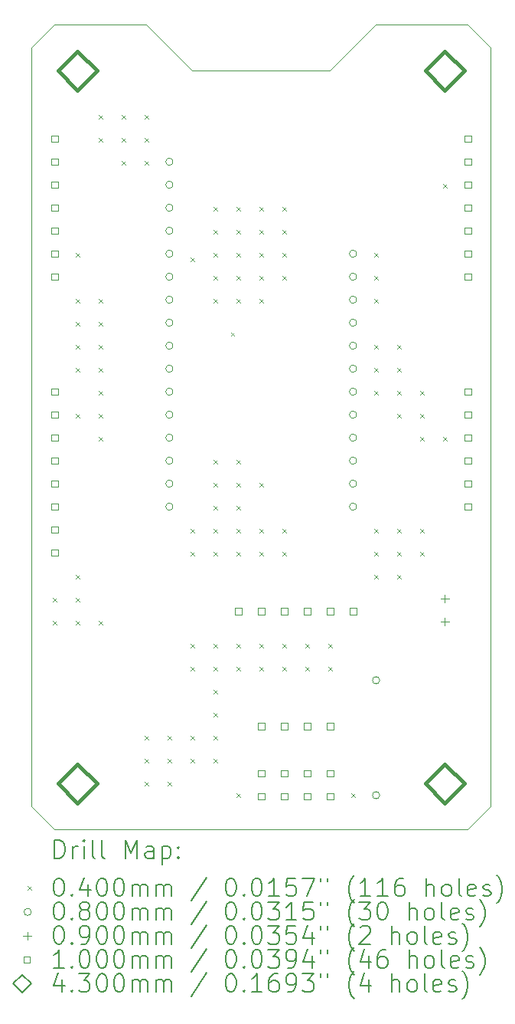
<source format=gbr>
%TF.GenerationSoftware,KiCad,Pcbnew,(6.0.7)*%
%TF.CreationDate,2022-11-06T18:43:46-05:00*%
%TF.ProjectId,MDR_Breakout_Board,4d44525f-4272-4656-916b-6f75745f426f,rev?*%
%TF.SameCoordinates,Original*%
%TF.FileFunction,Drillmap*%
%TF.FilePolarity,Positive*%
%FSLAX45Y45*%
G04 Gerber Fmt 4.5, Leading zero omitted, Abs format (unit mm)*
G04 Created by KiCad (PCBNEW (6.0.7)) date 2022-11-06 18:43:46*
%MOMM*%
%LPD*%
G01*
G04 APERTURE LIST*
%ADD10C,0.100000*%
%ADD11C,0.200000*%
%ADD12C,0.040000*%
%ADD13C,0.080000*%
%ADD14C,0.090000*%
%ADD15C,0.430000*%
G04 APERTURE END LIST*
D10*
X14224000Y-14732000D02*
X13970000Y-14732000D01*
X13716000Y-14224000D02*
X13716000Y-6350000D01*
X18542000Y-14732000D02*
X18796000Y-14478000D01*
X14224000Y-14732000D02*
X18288000Y-14732000D01*
X13716000Y-6350000D02*
X13716000Y-6096000D01*
X18796000Y-6350000D02*
X18796000Y-6096000D01*
X13970000Y-14732000D02*
X13716000Y-14478000D01*
X14224000Y-5842000D02*
X14986000Y-5842000D01*
X17018000Y-6350000D02*
X17526000Y-5842000D01*
X18796000Y-6350000D02*
X18796000Y-14224000D01*
X15494000Y-6350000D02*
X14986000Y-5842000D01*
X17526000Y-5842000D02*
X18288000Y-5842000D01*
X18542000Y-5842000D02*
X18288000Y-5842000D01*
X18288000Y-14732000D02*
X18542000Y-14732000D01*
X18796000Y-6096000D02*
X18542000Y-5842000D01*
X18796000Y-14478000D02*
X18796000Y-14224000D01*
X13716000Y-6096000D02*
X13970000Y-5842000D01*
X13970000Y-5842000D02*
X14224000Y-5842000D01*
X13716000Y-14478000D02*
X13716000Y-14224000D01*
X15494000Y-6350000D02*
X17018000Y-6350000D01*
D11*
D12*
X13950000Y-12172000D02*
X13990000Y-12212000D01*
X13990000Y-12172000D02*
X13950000Y-12212000D01*
X13950000Y-12426000D02*
X13990000Y-12466000D01*
X13990000Y-12426000D02*
X13950000Y-12466000D01*
X14204000Y-8362000D02*
X14244000Y-8402000D01*
X14244000Y-8362000D02*
X14204000Y-8402000D01*
X14204000Y-8870000D02*
X14244000Y-8910000D01*
X14244000Y-8870000D02*
X14204000Y-8910000D01*
X14204000Y-9124000D02*
X14244000Y-9164000D01*
X14244000Y-9124000D02*
X14204000Y-9164000D01*
X14204000Y-9378000D02*
X14244000Y-9418000D01*
X14244000Y-9378000D02*
X14204000Y-9418000D01*
X14204000Y-9632000D02*
X14244000Y-9672000D01*
X14244000Y-9632000D02*
X14204000Y-9672000D01*
X14204000Y-10140000D02*
X14244000Y-10180000D01*
X14244000Y-10140000D02*
X14204000Y-10180000D01*
X14204000Y-11918000D02*
X14244000Y-11958000D01*
X14244000Y-11918000D02*
X14204000Y-11958000D01*
X14204000Y-12172000D02*
X14244000Y-12212000D01*
X14244000Y-12172000D02*
X14204000Y-12212000D01*
X14204000Y-12426000D02*
X14244000Y-12466000D01*
X14244000Y-12426000D02*
X14204000Y-12466000D01*
X14458000Y-6838000D02*
X14498000Y-6878000D01*
X14498000Y-6838000D02*
X14458000Y-6878000D01*
X14458000Y-7092000D02*
X14498000Y-7132000D01*
X14498000Y-7092000D02*
X14458000Y-7132000D01*
X14458000Y-8870000D02*
X14498000Y-8910000D01*
X14498000Y-8870000D02*
X14458000Y-8910000D01*
X14458000Y-9124000D02*
X14498000Y-9164000D01*
X14498000Y-9124000D02*
X14458000Y-9164000D01*
X14458000Y-9378000D02*
X14498000Y-9418000D01*
X14498000Y-9378000D02*
X14458000Y-9418000D01*
X14458000Y-9632000D02*
X14498000Y-9672000D01*
X14498000Y-9632000D02*
X14458000Y-9672000D01*
X14458000Y-9886000D02*
X14498000Y-9926000D01*
X14498000Y-9886000D02*
X14458000Y-9926000D01*
X14458000Y-10140000D02*
X14498000Y-10180000D01*
X14498000Y-10140000D02*
X14458000Y-10180000D01*
X14458000Y-10394000D02*
X14498000Y-10434000D01*
X14498000Y-10394000D02*
X14458000Y-10434000D01*
X14458000Y-12426000D02*
X14498000Y-12466000D01*
X14498000Y-12426000D02*
X14458000Y-12466000D01*
X14712000Y-6838000D02*
X14752000Y-6878000D01*
X14752000Y-6838000D02*
X14712000Y-6878000D01*
X14712000Y-7092000D02*
X14752000Y-7132000D01*
X14752000Y-7092000D02*
X14712000Y-7132000D01*
X14712000Y-7346000D02*
X14752000Y-7386000D01*
X14752000Y-7346000D02*
X14712000Y-7386000D01*
X14966000Y-6838000D02*
X15006000Y-6878000D01*
X15006000Y-6838000D02*
X14966000Y-6878000D01*
X14966000Y-7092000D02*
X15006000Y-7132000D01*
X15006000Y-7092000D02*
X14966000Y-7132000D01*
X14966000Y-7346000D02*
X15006000Y-7386000D01*
X15006000Y-7346000D02*
X14966000Y-7386000D01*
X14966000Y-13696000D02*
X15006000Y-13736000D01*
X15006000Y-13696000D02*
X14966000Y-13736000D01*
X14966000Y-13950000D02*
X15006000Y-13990000D01*
X15006000Y-13950000D02*
X14966000Y-13990000D01*
X14966000Y-14204000D02*
X15006000Y-14244000D01*
X15006000Y-14204000D02*
X14966000Y-14244000D01*
X15220000Y-13696000D02*
X15260000Y-13736000D01*
X15260000Y-13696000D02*
X15220000Y-13736000D01*
X15220000Y-13950000D02*
X15260000Y-13990000D01*
X15260000Y-13950000D02*
X15220000Y-13990000D01*
X15220000Y-14204000D02*
X15260000Y-14244000D01*
X15260000Y-14204000D02*
X15220000Y-14244000D01*
X15474000Y-8413500D02*
X15514000Y-8453500D01*
X15514000Y-8413500D02*
X15474000Y-8453500D01*
X15474000Y-11410000D02*
X15514000Y-11450000D01*
X15514000Y-11410000D02*
X15474000Y-11450000D01*
X15474000Y-11664000D02*
X15514000Y-11704000D01*
X15514000Y-11664000D02*
X15474000Y-11704000D01*
X15474000Y-12680000D02*
X15514000Y-12720000D01*
X15514000Y-12680000D02*
X15474000Y-12720000D01*
X15474000Y-12934000D02*
X15514000Y-12974000D01*
X15514000Y-12934000D02*
X15474000Y-12974000D01*
X15474000Y-13696000D02*
X15514000Y-13736000D01*
X15514000Y-13696000D02*
X15474000Y-13736000D01*
X15474000Y-13950000D02*
X15514000Y-13990000D01*
X15514000Y-13950000D02*
X15474000Y-13990000D01*
X15728000Y-7854000D02*
X15768000Y-7894000D01*
X15768000Y-7854000D02*
X15728000Y-7894000D01*
X15728000Y-8108000D02*
X15768000Y-8148000D01*
X15768000Y-8108000D02*
X15728000Y-8148000D01*
X15728000Y-8362000D02*
X15768000Y-8402000D01*
X15768000Y-8362000D02*
X15728000Y-8402000D01*
X15728000Y-8616000D02*
X15768000Y-8656000D01*
X15768000Y-8616000D02*
X15728000Y-8656000D01*
X15728000Y-8870000D02*
X15768000Y-8910000D01*
X15768000Y-8870000D02*
X15728000Y-8910000D01*
X15728000Y-10648000D02*
X15768000Y-10688000D01*
X15768000Y-10648000D02*
X15728000Y-10688000D01*
X15728000Y-10902000D02*
X15768000Y-10942000D01*
X15768000Y-10902000D02*
X15728000Y-10942000D01*
X15728000Y-11156000D02*
X15768000Y-11196000D01*
X15768000Y-11156000D02*
X15728000Y-11196000D01*
X15728000Y-11410000D02*
X15768000Y-11450000D01*
X15768000Y-11410000D02*
X15728000Y-11450000D01*
X15728000Y-11664000D02*
X15768000Y-11704000D01*
X15768000Y-11664000D02*
X15728000Y-11704000D01*
X15728000Y-12680000D02*
X15768000Y-12720000D01*
X15768000Y-12680000D02*
X15728000Y-12720000D01*
X15728000Y-12934000D02*
X15768000Y-12974000D01*
X15768000Y-12934000D02*
X15728000Y-12974000D01*
X15728000Y-13188000D02*
X15768000Y-13228000D01*
X15768000Y-13188000D02*
X15728000Y-13228000D01*
X15728000Y-13442000D02*
X15768000Y-13482000D01*
X15768000Y-13442000D02*
X15728000Y-13482000D01*
X15728000Y-13696000D02*
X15768000Y-13736000D01*
X15768000Y-13696000D02*
X15728000Y-13736000D01*
X15728000Y-13950000D02*
X15768000Y-13990000D01*
X15768000Y-13950000D02*
X15728000Y-13990000D01*
X15918500Y-9239000D02*
X15958500Y-9279000D01*
X15958500Y-9239000D02*
X15918500Y-9279000D01*
X15982000Y-7854000D02*
X16022000Y-7894000D01*
X16022000Y-7854000D02*
X15982000Y-7894000D01*
X15982000Y-8108000D02*
X16022000Y-8148000D01*
X16022000Y-8108000D02*
X15982000Y-8148000D01*
X15982000Y-8362000D02*
X16022000Y-8402000D01*
X16022000Y-8362000D02*
X15982000Y-8402000D01*
X15982000Y-8616000D02*
X16022000Y-8656000D01*
X16022000Y-8616000D02*
X15982000Y-8656000D01*
X15982000Y-8870000D02*
X16022000Y-8910000D01*
X16022000Y-8870000D02*
X15982000Y-8910000D01*
X15982000Y-10648000D02*
X16022000Y-10688000D01*
X16022000Y-10648000D02*
X15982000Y-10688000D01*
X15982000Y-10902000D02*
X16022000Y-10942000D01*
X16022000Y-10902000D02*
X15982000Y-10942000D01*
X15982000Y-11156000D02*
X16022000Y-11196000D01*
X16022000Y-11156000D02*
X15982000Y-11196000D01*
X15982000Y-11410000D02*
X16022000Y-11450000D01*
X16022000Y-11410000D02*
X15982000Y-11450000D01*
X15982000Y-11664000D02*
X16022000Y-11704000D01*
X16022000Y-11664000D02*
X15982000Y-11704000D01*
X15982000Y-12680000D02*
X16022000Y-12720000D01*
X16022000Y-12680000D02*
X15982000Y-12720000D01*
X15982000Y-12934000D02*
X16022000Y-12974000D01*
X16022000Y-12934000D02*
X15982000Y-12974000D01*
X15982000Y-14331000D02*
X16022000Y-14371000D01*
X16022000Y-14331000D02*
X15982000Y-14371000D01*
X16236000Y-7854000D02*
X16276000Y-7894000D01*
X16276000Y-7854000D02*
X16236000Y-7894000D01*
X16236000Y-8108000D02*
X16276000Y-8148000D01*
X16276000Y-8108000D02*
X16236000Y-8148000D01*
X16236000Y-8362000D02*
X16276000Y-8402000D01*
X16276000Y-8362000D02*
X16236000Y-8402000D01*
X16236000Y-8616000D02*
X16276000Y-8656000D01*
X16276000Y-8616000D02*
X16236000Y-8656000D01*
X16236000Y-8870000D02*
X16276000Y-8910000D01*
X16276000Y-8870000D02*
X16236000Y-8910000D01*
X16236000Y-10902000D02*
X16276000Y-10942000D01*
X16276000Y-10902000D02*
X16236000Y-10942000D01*
X16236000Y-11410000D02*
X16276000Y-11450000D01*
X16276000Y-11410000D02*
X16236000Y-11450000D01*
X16236000Y-11664000D02*
X16276000Y-11704000D01*
X16276000Y-11664000D02*
X16236000Y-11704000D01*
X16236000Y-12680000D02*
X16276000Y-12720000D01*
X16276000Y-12680000D02*
X16236000Y-12720000D01*
X16236000Y-12934000D02*
X16276000Y-12974000D01*
X16276000Y-12934000D02*
X16236000Y-12974000D01*
X16490000Y-7854000D02*
X16530000Y-7894000D01*
X16530000Y-7854000D02*
X16490000Y-7894000D01*
X16490000Y-8108000D02*
X16530000Y-8148000D01*
X16530000Y-8108000D02*
X16490000Y-8148000D01*
X16490000Y-8362000D02*
X16530000Y-8402000D01*
X16530000Y-8362000D02*
X16490000Y-8402000D01*
X16490000Y-8616000D02*
X16530000Y-8656000D01*
X16530000Y-8616000D02*
X16490000Y-8656000D01*
X16490000Y-11410000D02*
X16530000Y-11450000D01*
X16530000Y-11410000D02*
X16490000Y-11450000D01*
X16490000Y-11664000D02*
X16530000Y-11704000D01*
X16530000Y-11664000D02*
X16490000Y-11704000D01*
X16490000Y-12680000D02*
X16530000Y-12720000D01*
X16530000Y-12680000D02*
X16490000Y-12720000D01*
X16490000Y-12934000D02*
X16530000Y-12974000D01*
X16530000Y-12934000D02*
X16490000Y-12974000D01*
X16744000Y-12680000D02*
X16784000Y-12720000D01*
X16784000Y-12680000D02*
X16744000Y-12720000D01*
X16744000Y-12934000D02*
X16784000Y-12974000D01*
X16784000Y-12934000D02*
X16744000Y-12974000D01*
X16998000Y-12680000D02*
X17038000Y-12720000D01*
X17038000Y-12680000D02*
X16998000Y-12720000D01*
X16998000Y-12934000D02*
X17038000Y-12974000D01*
X17038000Y-12934000D02*
X16998000Y-12974000D01*
X17252000Y-14331000D02*
X17292000Y-14371000D01*
X17292000Y-14331000D02*
X17252000Y-14371000D01*
X17506000Y-8362000D02*
X17546000Y-8402000D01*
X17546000Y-8362000D02*
X17506000Y-8402000D01*
X17506000Y-8616000D02*
X17546000Y-8656000D01*
X17546000Y-8616000D02*
X17506000Y-8656000D01*
X17506000Y-8870000D02*
X17546000Y-8910000D01*
X17546000Y-8870000D02*
X17506000Y-8910000D01*
X17506000Y-9378000D02*
X17546000Y-9418000D01*
X17546000Y-9378000D02*
X17506000Y-9418000D01*
X17506000Y-9632000D02*
X17546000Y-9672000D01*
X17546000Y-9632000D02*
X17506000Y-9672000D01*
X17506000Y-9886000D02*
X17546000Y-9926000D01*
X17546000Y-9886000D02*
X17506000Y-9926000D01*
X17506000Y-11410000D02*
X17546000Y-11450000D01*
X17546000Y-11410000D02*
X17506000Y-11450000D01*
X17506000Y-11664000D02*
X17546000Y-11704000D01*
X17546000Y-11664000D02*
X17506000Y-11704000D01*
X17506000Y-11918000D02*
X17546000Y-11958000D01*
X17546000Y-11918000D02*
X17506000Y-11958000D01*
X17760000Y-9378000D02*
X17800000Y-9418000D01*
X17800000Y-9378000D02*
X17760000Y-9418000D01*
X17760000Y-9632000D02*
X17800000Y-9672000D01*
X17800000Y-9632000D02*
X17760000Y-9672000D01*
X17760000Y-9886000D02*
X17800000Y-9926000D01*
X17800000Y-9886000D02*
X17760000Y-9926000D01*
X17760000Y-10140000D02*
X17800000Y-10180000D01*
X17800000Y-10140000D02*
X17760000Y-10180000D01*
X17760000Y-11410000D02*
X17800000Y-11450000D01*
X17800000Y-11410000D02*
X17760000Y-11450000D01*
X17760000Y-11664000D02*
X17800000Y-11704000D01*
X17800000Y-11664000D02*
X17760000Y-11704000D01*
X17760000Y-11918000D02*
X17800000Y-11958000D01*
X17800000Y-11918000D02*
X17760000Y-11958000D01*
X18014000Y-9886000D02*
X18054000Y-9926000D01*
X18054000Y-9886000D02*
X18014000Y-9926000D01*
X18014000Y-10140000D02*
X18054000Y-10180000D01*
X18054000Y-10140000D02*
X18014000Y-10180000D01*
X18014000Y-10394000D02*
X18054000Y-10434000D01*
X18054000Y-10394000D02*
X18014000Y-10434000D01*
X18014000Y-11410000D02*
X18054000Y-11450000D01*
X18054000Y-11410000D02*
X18014000Y-11450000D01*
X18014000Y-11664000D02*
X18054000Y-11704000D01*
X18054000Y-11664000D02*
X18014000Y-11704000D01*
X18268000Y-7600000D02*
X18308000Y-7640000D01*
X18308000Y-7600000D02*
X18268000Y-7640000D01*
X18268000Y-10394000D02*
X18308000Y-10434000D01*
X18308000Y-10394000D02*
X18268000Y-10434000D01*
D13*
X15280000Y-7354000D02*
G75*
G03*
X15280000Y-7354000I-40000J0D01*
G01*
X15280000Y-7608000D02*
G75*
G03*
X15280000Y-7608000I-40000J0D01*
G01*
X15280000Y-7862000D02*
G75*
G03*
X15280000Y-7862000I-40000J0D01*
G01*
X15280000Y-8116000D02*
G75*
G03*
X15280000Y-8116000I-40000J0D01*
G01*
X15280000Y-8370000D02*
G75*
G03*
X15280000Y-8370000I-40000J0D01*
G01*
X15280000Y-8624000D02*
G75*
G03*
X15280000Y-8624000I-40000J0D01*
G01*
X15280000Y-8878000D02*
G75*
G03*
X15280000Y-8878000I-40000J0D01*
G01*
X15280000Y-9132000D02*
G75*
G03*
X15280000Y-9132000I-40000J0D01*
G01*
X15280000Y-9386000D02*
G75*
G03*
X15280000Y-9386000I-40000J0D01*
G01*
X15280000Y-9640000D02*
G75*
G03*
X15280000Y-9640000I-40000J0D01*
G01*
X15280000Y-9894000D02*
G75*
G03*
X15280000Y-9894000I-40000J0D01*
G01*
X15280000Y-10148000D02*
G75*
G03*
X15280000Y-10148000I-40000J0D01*
G01*
X15280000Y-10402000D02*
G75*
G03*
X15280000Y-10402000I-40000J0D01*
G01*
X15280000Y-10656000D02*
G75*
G03*
X15280000Y-10656000I-40000J0D01*
G01*
X15280000Y-10910000D02*
G75*
G03*
X15280000Y-10910000I-40000J0D01*
G01*
X15280000Y-11164000D02*
G75*
G03*
X15280000Y-11164000I-40000J0D01*
G01*
X17312000Y-8370000D02*
G75*
G03*
X17312000Y-8370000I-40000J0D01*
G01*
X17312000Y-8624000D02*
G75*
G03*
X17312000Y-8624000I-40000J0D01*
G01*
X17312000Y-8878000D02*
G75*
G03*
X17312000Y-8878000I-40000J0D01*
G01*
X17312000Y-9132000D02*
G75*
G03*
X17312000Y-9132000I-40000J0D01*
G01*
X17312000Y-9386000D02*
G75*
G03*
X17312000Y-9386000I-40000J0D01*
G01*
X17312000Y-9640000D02*
G75*
G03*
X17312000Y-9640000I-40000J0D01*
G01*
X17312000Y-9894000D02*
G75*
G03*
X17312000Y-9894000I-40000J0D01*
G01*
X17312000Y-10148000D02*
G75*
G03*
X17312000Y-10148000I-40000J0D01*
G01*
X17312000Y-10402000D02*
G75*
G03*
X17312000Y-10402000I-40000J0D01*
G01*
X17312000Y-10656000D02*
G75*
G03*
X17312000Y-10656000I-40000J0D01*
G01*
X17312000Y-10910000D02*
G75*
G03*
X17312000Y-10910000I-40000J0D01*
G01*
X17312000Y-11164000D02*
G75*
G03*
X17312000Y-11164000I-40000J0D01*
G01*
X17566000Y-13081000D02*
G75*
G03*
X17566000Y-13081000I-40000J0D01*
G01*
X17566000Y-14351000D02*
G75*
G03*
X17566000Y-14351000I-40000J0D01*
G01*
D14*
X18288000Y-12135000D02*
X18288000Y-12225000D01*
X18243000Y-12180000D02*
X18333000Y-12180000D01*
X18288000Y-12389000D02*
X18288000Y-12479000D01*
X18243000Y-12434000D02*
X18333000Y-12434000D01*
D10*
X14005356Y-7135356D02*
X14005356Y-7064644D01*
X13934644Y-7064644D01*
X13934644Y-7135356D01*
X14005356Y-7135356D01*
X14005356Y-7389356D02*
X14005356Y-7318644D01*
X13934644Y-7318644D01*
X13934644Y-7389356D01*
X14005356Y-7389356D01*
X14005356Y-7643356D02*
X14005356Y-7572644D01*
X13934644Y-7572644D01*
X13934644Y-7643356D01*
X14005356Y-7643356D01*
X14005356Y-7897356D02*
X14005356Y-7826644D01*
X13934644Y-7826644D01*
X13934644Y-7897356D01*
X14005356Y-7897356D01*
X14005356Y-8151356D02*
X14005356Y-8080644D01*
X13934644Y-8080644D01*
X13934644Y-8151356D01*
X14005356Y-8151356D01*
X14005356Y-8405356D02*
X14005356Y-8334644D01*
X13934644Y-8334644D01*
X13934644Y-8405356D01*
X14005356Y-8405356D01*
X14005356Y-8659356D02*
X14005356Y-8588644D01*
X13934644Y-8588644D01*
X13934644Y-8659356D01*
X14005356Y-8659356D01*
X14005356Y-9929356D02*
X14005356Y-9858644D01*
X13934644Y-9858644D01*
X13934644Y-9929356D01*
X14005356Y-9929356D01*
X14005356Y-10183356D02*
X14005356Y-10112644D01*
X13934644Y-10112644D01*
X13934644Y-10183356D01*
X14005356Y-10183356D01*
X14005356Y-10437356D02*
X14005356Y-10366644D01*
X13934644Y-10366644D01*
X13934644Y-10437356D01*
X14005356Y-10437356D01*
X14005356Y-10691356D02*
X14005356Y-10620644D01*
X13934644Y-10620644D01*
X13934644Y-10691356D01*
X14005356Y-10691356D01*
X14005356Y-10945356D02*
X14005356Y-10874644D01*
X13934644Y-10874644D01*
X13934644Y-10945356D01*
X14005356Y-10945356D01*
X14005356Y-11199356D02*
X14005356Y-11128644D01*
X13934644Y-11128644D01*
X13934644Y-11199356D01*
X14005356Y-11199356D01*
X14005356Y-11453356D02*
X14005356Y-11382644D01*
X13934644Y-11382644D01*
X13934644Y-11453356D01*
X14005356Y-11453356D01*
X14005356Y-11707356D02*
X14005356Y-11636644D01*
X13934644Y-11636644D01*
X13934644Y-11707356D01*
X14005356Y-11707356D01*
X16037356Y-12354356D02*
X16037356Y-12283644D01*
X15966644Y-12283644D01*
X15966644Y-12354356D01*
X16037356Y-12354356D01*
X16291356Y-12354356D02*
X16291356Y-12283644D01*
X16220644Y-12283644D01*
X16220644Y-12354356D01*
X16291356Y-12354356D01*
X16291356Y-13624356D02*
X16291356Y-13553644D01*
X16220644Y-13553644D01*
X16220644Y-13624356D01*
X16291356Y-13624356D01*
X16291356Y-14144356D02*
X16291356Y-14073644D01*
X16220644Y-14073644D01*
X16220644Y-14144356D01*
X16291356Y-14144356D01*
X16291356Y-14398356D02*
X16291356Y-14327644D01*
X16220644Y-14327644D01*
X16220644Y-14398356D01*
X16291356Y-14398356D01*
X16545356Y-12354356D02*
X16545356Y-12283644D01*
X16474644Y-12283644D01*
X16474644Y-12354356D01*
X16545356Y-12354356D01*
X16545356Y-13624356D02*
X16545356Y-13553644D01*
X16474644Y-13553644D01*
X16474644Y-13624356D01*
X16545356Y-13624356D01*
X16545356Y-14144356D02*
X16545356Y-14073644D01*
X16474644Y-14073644D01*
X16474644Y-14144356D01*
X16545356Y-14144356D01*
X16545356Y-14398356D02*
X16545356Y-14327644D01*
X16474644Y-14327644D01*
X16474644Y-14398356D01*
X16545356Y-14398356D01*
X16799356Y-12354356D02*
X16799356Y-12283644D01*
X16728644Y-12283644D01*
X16728644Y-12354356D01*
X16799356Y-12354356D01*
X16799356Y-13624356D02*
X16799356Y-13553644D01*
X16728644Y-13553644D01*
X16728644Y-13624356D01*
X16799356Y-13624356D01*
X16799356Y-14144356D02*
X16799356Y-14073644D01*
X16728644Y-14073644D01*
X16728644Y-14144356D01*
X16799356Y-14144356D01*
X16799356Y-14398356D02*
X16799356Y-14327644D01*
X16728644Y-14327644D01*
X16728644Y-14398356D01*
X16799356Y-14398356D01*
X17053356Y-12354356D02*
X17053356Y-12283644D01*
X16982644Y-12283644D01*
X16982644Y-12354356D01*
X17053356Y-12354356D01*
X17053356Y-13624356D02*
X17053356Y-13553644D01*
X16982644Y-13553644D01*
X16982644Y-13624356D01*
X17053356Y-13624356D01*
X17053356Y-14144356D02*
X17053356Y-14073644D01*
X16982644Y-14073644D01*
X16982644Y-14144356D01*
X17053356Y-14144356D01*
X17053356Y-14398356D02*
X17053356Y-14327644D01*
X16982644Y-14327644D01*
X16982644Y-14398356D01*
X17053356Y-14398356D01*
X17307356Y-12354356D02*
X17307356Y-12283644D01*
X17236644Y-12283644D01*
X17236644Y-12354356D01*
X17307356Y-12354356D01*
X18577356Y-7135356D02*
X18577356Y-7064644D01*
X18506644Y-7064644D01*
X18506644Y-7135356D01*
X18577356Y-7135356D01*
X18577356Y-7389356D02*
X18577356Y-7318644D01*
X18506644Y-7318644D01*
X18506644Y-7389356D01*
X18577356Y-7389356D01*
X18577356Y-7643356D02*
X18577356Y-7572644D01*
X18506644Y-7572644D01*
X18506644Y-7643356D01*
X18577356Y-7643356D01*
X18577356Y-7897356D02*
X18577356Y-7826644D01*
X18506644Y-7826644D01*
X18506644Y-7897356D01*
X18577356Y-7897356D01*
X18577356Y-8151356D02*
X18577356Y-8080644D01*
X18506644Y-8080644D01*
X18506644Y-8151356D01*
X18577356Y-8151356D01*
X18577356Y-8405356D02*
X18577356Y-8334644D01*
X18506644Y-8334644D01*
X18506644Y-8405356D01*
X18577356Y-8405356D01*
X18577356Y-8659356D02*
X18577356Y-8588644D01*
X18506644Y-8588644D01*
X18506644Y-8659356D01*
X18577356Y-8659356D01*
X18577356Y-9929356D02*
X18577356Y-9858644D01*
X18506644Y-9858644D01*
X18506644Y-9929356D01*
X18577356Y-9929356D01*
X18577356Y-10183356D02*
X18577356Y-10112644D01*
X18506644Y-10112644D01*
X18506644Y-10183356D01*
X18577356Y-10183356D01*
X18577356Y-10437356D02*
X18577356Y-10366644D01*
X18506644Y-10366644D01*
X18506644Y-10437356D01*
X18577356Y-10437356D01*
X18577356Y-10691356D02*
X18577356Y-10620644D01*
X18506644Y-10620644D01*
X18506644Y-10691356D01*
X18577356Y-10691356D01*
X18577356Y-10945356D02*
X18577356Y-10874644D01*
X18506644Y-10874644D01*
X18506644Y-10945356D01*
X18577356Y-10945356D01*
X18577356Y-11199356D02*
X18577356Y-11128644D01*
X18506644Y-11128644D01*
X18506644Y-11199356D01*
X18577356Y-11199356D01*
D15*
X14224000Y-6565000D02*
X14439000Y-6350000D01*
X14224000Y-6135000D01*
X14009000Y-6350000D01*
X14224000Y-6565000D01*
X14224000Y-14439000D02*
X14439000Y-14224000D01*
X14224000Y-14009000D01*
X14009000Y-14224000D01*
X14224000Y-14439000D01*
X18288000Y-6565000D02*
X18503000Y-6350000D01*
X18288000Y-6135000D01*
X18073000Y-6350000D01*
X18288000Y-6565000D01*
X18288000Y-14439000D02*
X18503000Y-14224000D01*
X18288000Y-14009000D01*
X18073000Y-14224000D01*
X18288000Y-14439000D01*
D11*
X13968619Y-15047476D02*
X13968619Y-14847476D01*
X14016238Y-14847476D01*
X14044809Y-14857000D01*
X14063857Y-14876048D01*
X14073381Y-14895095D01*
X14082905Y-14933190D01*
X14082905Y-14961762D01*
X14073381Y-14999857D01*
X14063857Y-15018905D01*
X14044809Y-15037952D01*
X14016238Y-15047476D01*
X13968619Y-15047476D01*
X14168619Y-15047476D02*
X14168619Y-14914143D01*
X14168619Y-14952238D02*
X14178143Y-14933190D01*
X14187667Y-14923667D01*
X14206714Y-14914143D01*
X14225762Y-14914143D01*
X14292428Y-15047476D02*
X14292428Y-14914143D01*
X14292428Y-14847476D02*
X14282905Y-14857000D01*
X14292428Y-14866524D01*
X14301952Y-14857000D01*
X14292428Y-14847476D01*
X14292428Y-14866524D01*
X14416238Y-15047476D02*
X14397190Y-15037952D01*
X14387667Y-15018905D01*
X14387667Y-14847476D01*
X14521000Y-15047476D02*
X14501952Y-15037952D01*
X14492428Y-15018905D01*
X14492428Y-14847476D01*
X14749571Y-15047476D02*
X14749571Y-14847476D01*
X14816238Y-14990333D01*
X14882905Y-14847476D01*
X14882905Y-15047476D01*
X15063857Y-15047476D02*
X15063857Y-14942714D01*
X15054333Y-14923667D01*
X15035286Y-14914143D01*
X14997190Y-14914143D01*
X14978143Y-14923667D01*
X15063857Y-15037952D02*
X15044809Y-15047476D01*
X14997190Y-15047476D01*
X14978143Y-15037952D01*
X14968619Y-15018905D01*
X14968619Y-14999857D01*
X14978143Y-14980809D01*
X14997190Y-14971286D01*
X15044809Y-14971286D01*
X15063857Y-14961762D01*
X15159095Y-14914143D02*
X15159095Y-15114143D01*
X15159095Y-14923667D02*
X15178143Y-14914143D01*
X15216238Y-14914143D01*
X15235286Y-14923667D01*
X15244809Y-14933190D01*
X15254333Y-14952238D01*
X15254333Y-15009381D01*
X15244809Y-15028428D01*
X15235286Y-15037952D01*
X15216238Y-15047476D01*
X15178143Y-15047476D01*
X15159095Y-15037952D01*
X15340048Y-15028428D02*
X15349571Y-15037952D01*
X15340048Y-15047476D01*
X15330524Y-15037952D01*
X15340048Y-15028428D01*
X15340048Y-15047476D01*
X15340048Y-14923667D02*
X15349571Y-14933190D01*
X15340048Y-14942714D01*
X15330524Y-14933190D01*
X15340048Y-14923667D01*
X15340048Y-14942714D01*
D12*
X13671000Y-15357000D02*
X13711000Y-15397000D01*
X13711000Y-15357000D02*
X13671000Y-15397000D01*
D11*
X14006714Y-15267476D02*
X14025762Y-15267476D01*
X14044809Y-15277000D01*
X14054333Y-15286524D01*
X14063857Y-15305571D01*
X14073381Y-15343667D01*
X14073381Y-15391286D01*
X14063857Y-15429381D01*
X14054333Y-15448428D01*
X14044809Y-15457952D01*
X14025762Y-15467476D01*
X14006714Y-15467476D01*
X13987667Y-15457952D01*
X13978143Y-15448428D01*
X13968619Y-15429381D01*
X13959095Y-15391286D01*
X13959095Y-15343667D01*
X13968619Y-15305571D01*
X13978143Y-15286524D01*
X13987667Y-15277000D01*
X14006714Y-15267476D01*
X14159095Y-15448428D02*
X14168619Y-15457952D01*
X14159095Y-15467476D01*
X14149571Y-15457952D01*
X14159095Y-15448428D01*
X14159095Y-15467476D01*
X14340048Y-15334143D02*
X14340048Y-15467476D01*
X14292428Y-15257952D02*
X14244809Y-15400809D01*
X14368619Y-15400809D01*
X14482905Y-15267476D02*
X14501952Y-15267476D01*
X14521000Y-15277000D01*
X14530524Y-15286524D01*
X14540048Y-15305571D01*
X14549571Y-15343667D01*
X14549571Y-15391286D01*
X14540048Y-15429381D01*
X14530524Y-15448428D01*
X14521000Y-15457952D01*
X14501952Y-15467476D01*
X14482905Y-15467476D01*
X14463857Y-15457952D01*
X14454333Y-15448428D01*
X14444809Y-15429381D01*
X14435286Y-15391286D01*
X14435286Y-15343667D01*
X14444809Y-15305571D01*
X14454333Y-15286524D01*
X14463857Y-15277000D01*
X14482905Y-15267476D01*
X14673381Y-15267476D02*
X14692428Y-15267476D01*
X14711476Y-15277000D01*
X14721000Y-15286524D01*
X14730524Y-15305571D01*
X14740048Y-15343667D01*
X14740048Y-15391286D01*
X14730524Y-15429381D01*
X14721000Y-15448428D01*
X14711476Y-15457952D01*
X14692428Y-15467476D01*
X14673381Y-15467476D01*
X14654333Y-15457952D01*
X14644809Y-15448428D01*
X14635286Y-15429381D01*
X14625762Y-15391286D01*
X14625762Y-15343667D01*
X14635286Y-15305571D01*
X14644809Y-15286524D01*
X14654333Y-15277000D01*
X14673381Y-15267476D01*
X14825762Y-15467476D02*
X14825762Y-15334143D01*
X14825762Y-15353190D02*
X14835286Y-15343667D01*
X14854333Y-15334143D01*
X14882905Y-15334143D01*
X14901952Y-15343667D01*
X14911476Y-15362714D01*
X14911476Y-15467476D01*
X14911476Y-15362714D02*
X14921000Y-15343667D01*
X14940048Y-15334143D01*
X14968619Y-15334143D01*
X14987667Y-15343667D01*
X14997190Y-15362714D01*
X14997190Y-15467476D01*
X15092428Y-15467476D02*
X15092428Y-15334143D01*
X15092428Y-15353190D02*
X15101952Y-15343667D01*
X15121000Y-15334143D01*
X15149571Y-15334143D01*
X15168619Y-15343667D01*
X15178143Y-15362714D01*
X15178143Y-15467476D01*
X15178143Y-15362714D02*
X15187667Y-15343667D01*
X15206714Y-15334143D01*
X15235286Y-15334143D01*
X15254333Y-15343667D01*
X15263857Y-15362714D01*
X15263857Y-15467476D01*
X15654333Y-15257952D02*
X15482905Y-15515095D01*
X15911476Y-15267476D02*
X15930524Y-15267476D01*
X15949571Y-15277000D01*
X15959095Y-15286524D01*
X15968619Y-15305571D01*
X15978143Y-15343667D01*
X15978143Y-15391286D01*
X15968619Y-15429381D01*
X15959095Y-15448428D01*
X15949571Y-15457952D01*
X15930524Y-15467476D01*
X15911476Y-15467476D01*
X15892428Y-15457952D01*
X15882905Y-15448428D01*
X15873381Y-15429381D01*
X15863857Y-15391286D01*
X15863857Y-15343667D01*
X15873381Y-15305571D01*
X15882905Y-15286524D01*
X15892428Y-15277000D01*
X15911476Y-15267476D01*
X16063857Y-15448428D02*
X16073381Y-15457952D01*
X16063857Y-15467476D01*
X16054333Y-15457952D01*
X16063857Y-15448428D01*
X16063857Y-15467476D01*
X16197190Y-15267476D02*
X16216238Y-15267476D01*
X16235286Y-15277000D01*
X16244809Y-15286524D01*
X16254333Y-15305571D01*
X16263857Y-15343667D01*
X16263857Y-15391286D01*
X16254333Y-15429381D01*
X16244809Y-15448428D01*
X16235286Y-15457952D01*
X16216238Y-15467476D01*
X16197190Y-15467476D01*
X16178143Y-15457952D01*
X16168619Y-15448428D01*
X16159095Y-15429381D01*
X16149571Y-15391286D01*
X16149571Y-15343667D01*
X16159095Y-15305571D01*
X16168619Y-15286524D01*
X16178143Y-15277000D01*
X16197190Y-15267476D01*
X16454333Y-15467476D02*
X16340048Y-15467476D01*
X16397190Y-15467476D02*
X16397190Y-15267476D01*
X16378143Y-15296048D01*
X16359095Y-15315095D01*
X16340048Y-15324619D01*
X16635286Y-15267476D02*
X16540048Y-15267476D01*
X16530524Y-15362714D01*
X16540048Y-15353190D01*
X16559095Y-15343667D01*
X16606714Y-15343667D01*
X16625762Y-15353190D01*
X16635286Y-15362714D01*
X16644809Y-15381762D01*
X16644809Y-15429381D01*
X16635286Y-15448428D01*
X16625762Y-15457952D01*
X16606714Y-15467476D01*
X16559095Y-15467476D01*
X16540048Y-15457952D01*
X16530524Y-15448428D01*
X16711476Y-15267476D02*
X16844810Y-15267476D01*
X16759095Y-15467476D01*
X16911476Y-15267476D02*
X16911476Y-15305571D01*
X16987667Y-15267476D02*
X16987667Y-15305571D01*
X17282905Y-15543667D02*
X17273381Y-15534143D01*
X17254333Y-15505571D01*
X17244810Y-15486524D01*
X17235286Y-15457952D01*
X17225762Y-15410333D01*
X17225762Y-15372238D01*
X17235286Y-15324619D01*
X17244810Y-15296048D01*
X17254333Y-15277000D01*
X17273381Y-15248428D01*
X17282905Y-15238905D01*
X17463857Y-15467476D02*
X17349571Y-15467476D01*
X17406714Y-15467476D02*
X17406714Y-15267476D01*
X17387667Y-15296048D01*
X17368619Y-15315095D01*
X17349571Y-15324619D01*
X17654333Y-15467476D02*
X17540048Y-15467476D01*
X17597190Y-15467476D02*
X17597190Y-15267476D01*
X17578143Y-15296048D01*
X17559095Y-15315095D01*
X17540048Y-15324619D01*
X17825762Y-15267476D02*
X17787667Y-15267476D01*
X17768619Y-15277000D01*
X17759095Y-15286524D01*
X17740048Y-15315095D01*
X17730524Y-15353190D01*
X17730524Y-15429381D01*
X17740048Y-15448428D01*
X17749571Y-15457952D01*
X17768619Y-15467476D01*
X17806714Y-15467476D01*
X17825762Y-15457952D01*
X17835286Y-15448428D01*
X17844810Y-15429381D01*
X17844810Y-15381762D01*
X17835286Y-15362714D01*
X17825762Y-15353190D01*
X17806714Y-15343667D01*
X17768619Y-15343667D01*
X17749571Y-15353190D01*
X17740048Y-15362714D01*
X17730524Y-15381762D01*
X18082905Y-15467476D02*
X18082905Y-15267476D01*
X18168619Y-15467476D02*
X18168619Y-15362714D01*
X18159095Y-15343667D01*
X18140048Y-15334143D01*
X18111476Y-15334143D01*
X18092429Y-15343667D01*
X18082905Y-15353190D01*
X18292429Y-15467476D02*
X18273381Y-15457952D01*
X18263857Y-15448428D01*
X18254333Y-15429381D01*
X18254333Y-15372238D01*
X18263857Y-15353190D01*
X18273381Y-15343667D01*
X18292429Y-15334143D01*
X18321000Y-15334143D01*
X18340048Y-15343667D01*
X18349571Y-15353190D01*
X18359095Y-15372238D01*
X18359095Y-15429381D01*
X18349571Y-15448428D01*
X18340048Y-15457952D01*
X18321000Y-15467476D01*
X18292429Y-15467476D01*
X18473381Y-15467476D02*
X18454333Y-15457952D01*
X18444810Y-15438905D01*
X18444810Y-15267476D01*
X18625762Y-15457952D02*
X18606714Y-15467476D01*
X18568619Y-15467476D01*
X18549571Y-15457952D01*
X18540048Y-15438905D01*
X18540048Y-15362714D01*
X18549571Y-15343667D01*
X18568619Y-15334143D01*
X18606714Y-15334143D01*
X18625762Y-15343667D01*
X18635286Y-15362714D01*
X18635286Y-15381762D01*
X18540048Y-15400809D01*
X18711476Y-15457952D02*
X18730524Y-15467476D01*
X18768619Y-15467476D01*
X18787667Y-15457952D01*
X18797190Y-15438905D01*
X18797190Y-15429381D01*
X18787667Y-15410333D01*
X18768619Y-15400809D01*
X18740048Y-15400809D01*
X18721000Y-15391286D01*
X18711476Y-15372238D01*
X18711476Y-15362714D01*
X18721000Y-15343667D01*
X18740048Y-15334143D01*
X18768619Y-15334143D01*
X18787667Y-15343667D01*
X18863857Y-15543667D02*
X18873381Y-15534143D01*
X18892429Y-15505571D01*
X18901952Y-15486524D01*
X18911476Y-15457952D01*
X18921000Y-15410333D01*
X18921000Y-15372238D01*
X18911476Y-15324619D01*
X18901952Y-15296048D01*
X18892429Y-15277000D01*
X18873381Y-15248428D01*
X18863857Y-15238905D01*
D13*
X13711000Y-15641000D02*
G75*
G03*
X13711000Y-15641000I-40000J0D01*
G01*
D11*
X14006714Y-15531476D02*
X14025762Y-15531476D01*
X14044809Y-15541000D01*
X14054333Y-15550524D01*
X14063857Y-15569571D01*
X14073381Y-15607667D01*
X14073381Y-15655286D01*
X14063857Y-15693381D01*
X14054333Y-15712428D01*
X14044809Y-15721952D01*
X14025762Y-15731476D01*
X14006714Y-15731476D01*
X13987667Y-15721952D01*
X13978143Y-15712428D01*
X13968619Y-15693381D01*
X13959095Y-15655286D01*
X13959095Y-15607667D01*
X13968619Y-15569571D01*
X13978143Y-15550524D01*
X13987667Y-15541000D01*
X14006714Y-15531476D01*
X14159095Y-15712428D02*
X14168619Y-15721952D01*
X14159095Y-15731476D01*
X14149571Y-15721952D01*
X14159095Y-15712428D01*
X14159095Y-15731476D01*
X14282905Y-15617190D02*
X14263857Y-15607667D01*
X14254333Y-15598143D01*
X14244809Y-15579095D01*
X14244809Y-15569571D01*
X14254333Y-15550524D01*
X14263857Y-15541000D01*
X14282905Y-15531476D01*
X14321000Y-15531476D01*
X14340048Y-15541000D01*
X14349571Y-15550524D01*
X14359095Y-15569571D01*
X14359095Y-15579095D01*
X14349571Y-15598143D01*
X14340048Y-15607667D01*
X14321000Y-15617190D01*
X14282905Y-15617190D01*
X14263857Y-15626714D01*
X14254333Y-15636238D01*
X14244809Y-15655286D01*
X14244809Y-15693381D01*
X14254333Y-15712428D01*
X14263857Y-15721952D01*
X14282905Y-15731476D01*
X14321000Y-15731476D01*
X14340048Y-15721952D01*
X14349571Y-15712428D01*
X14359095Y-15693381D01*
X14359095Y-15655286D01*
X14349571Y-15636238D01*
X14340048Y-15626714D01*
X14321000Y-15617190D01*
X14482905Y-15531476D02*
X14501952Y-15531476D01*
X14521000Y-15541000D01*
X14530524Y-15550524D01*
X14540048Y-15569571D01*
X14549571Y-15607667D01*
X14549571Y-15655286D01*
X14540048Y-15693381D01*
X14530524Y-15712428D01*
X14521000Y-15721952D01*
X14501952Y-15731476D01*
X14482905Y-15731476D01*
X14463857Y-15721952D01*
X14454333Y-15712428D01*
X14444809Y-15693381D01*
X14435286Y-15655286D01*
X14435286Y-15607667D01*
X14444809Y-15569571D01*
X14454333Y-15550524D01*
X14463857Y-15541000D01*
X14482905Y-15531476D01*
X14673381Y-15531476D02*
X14692428Y-15531476D01*
X14711476Y-15541000D01*
X14721000Y-15550524D01*
X14730524Y-15569571D01*
X14740048Y-15607667D01*
X14740048Y-15655286D01*
X14730524Y-15693381D01*
X14721000Y-15712428D01*
X14711476Y-15721952D01*
X14692428Y-15731476D01*
X14673381Y-15731476D01*
X14654333Y-15721952D01*
X14644809Y-15712428D01*
X14635286Y-15693381D01*
X14625762Y-15655286D01*
X14625762Y-15607667D01*
X14635286Y-15569571D01*
X14644809Y-15550524D01*
X14654333Y-15541000D01*
X14673381Y-15531476D01*
X14825762Y-15731476D02*
X14825762Y-15598143D01*
X14825762Y-15617190D02*
X14835286Y-15607667D01*
X14854333Y-15598143D01*
X14882905Y-15598143D01*
X14901952Y-15607667D01*
X14911476Y-15626714D01*
X14911476Y-15731476D01*
X14911476Y-15626714D02*
X14921000Y-15607667D01*
X14940048Y-15598143D01*
X14968619Y-15598143D01*
X14987667Y-15607667D01*
X14997190Y-15626714D01*
X14997190Y-15731476D01*
X15092428Y-15731476D02*
X15092428Y-15598143D01*
X15092428Y-15617190D02*
X15101952Y-15607667D01*
X15121000Y-15598143D01*
X15149571Y-15598143D01*
X15168619Y-15607667D01*
X15178143Y-15626714D01*
X15178143Y-15731476D01*
X15178143Y-15626714D02*
X15187667Y-15607667D01*
X15206714Y-15598143D01*
X15235286Y-15598143D01*
X15254333Y-15607667D01*
X15263857Y-15626714D01*
X15263857Y-15731476D01*
X15654333Y-15521952D02*
X15482905Y-15779095D01*
X15911476Y-15531476D02*
X15930524Y-15531476D01*
X15949571Y-15541000D01*
X15959095Y-15550524D01*
X15968619Y-15569571D01*
X15978143Y-15607667D01*
X15978143Y-15655286D01*
X15968619Y-15693381D01*
X15959095Y-15712428D01*
X15949571Y-15721952D01*
X15930524Y-15731476D01*
X15911476Y-15731476D01*
X15892428Y-15721952D01*
X15882905Y-15712428D01*
X15873381Y-15693381D01*
X15863857Y-15655286D01*
X15863857Y-15607667D01*
X15873381Y-15569571D01*
X15882905Y-15550524D01*
X15892428Y-15541000D01*
X15911476Y-15531476D01*
X16063857Y-15712428D02*
X16073381Y-15721952D01*
X16063857Y-15731476D01*
X16054333Y-15721952D01*
X16063857Y-15712428D01*
X16063857Y-15731476D01*
X16197190Y-15531476D02*
X16216238Y-15531476D01*
X16235286Y-15541000D01*
X16244809Y-15550524D01*
X16254333Y-15569571D01*
X16263857Y-15607667D01*
X16263857Y-15655286D01*
X16254333Y-15693381D01*
X16244809Y-15712428D01*
X16235286Y-15721952D01*
X16216238Y-15731476D01*
X16197190Y-15731476D01*
X16178143Y-15721952D01*
X16168619Y-15712428D01*
X16159095Y-15693381D01*
X16149571Y-15655286D01*
X16149571Y-15607667D01*
X16159095Y-15569571D01*
X16168619Y-15550524D01*
X16178143Y-15541000D01*
X16197190Y-15531476D01*
X16330524Y-15531476D02*
X16454333Y-15531476D01*
X16387667Y-15607667D01*
X16416238Y-15607667D01*
X16435286Y-15617190D01*
X16444809Y-15626714D01*
X16454333Y-15645762D01*
X16454333Y-15693381D01*
X16444809Y-15712428D01*
X16435286Y-15721952D01*
X16416238Y-15731476D01*
X16359095Y-15731476D01*
X16340048Y-15721952D01*
X16330524Y-15712428D01*
X16644809Y-15731476D02*
X16530524Y-15731476D01*
X16587667Y-15731476D02*
X16587667Y-15531476D01*
X16568619Y-15560048D01*
X16549571Y-15579095D01*
X16530524Y-15588619D01*
X16825762Y-15531476D02*
X16730524Y-15531476D01*
X16721000Y-15626714D01*
X16730524Y-15617190D01*
X16749571Y-15607667D01*
X16797190Y-15607667D01*
X16816238Y-15617190D01*
X16825762Y-15626714D01*
X16835286Y-15645762D01*
X16835286Y-15693381D01*
X16825762Y-15712428D01*
X16816238Y-15721952D01*
X16797190Y-15731476D01*
X16749571Y-15731476D01*
X16730524Y-15721952D01*
X16721000Y-15712428D01*
X16911476Y-15531476D02*
X16911476Y-15569571D01*
X16987667Y-15531476D02*
X16987667Y-15569571D01*
X17282905Y-15807667D02*
X17273381Y-15798143D01*
X17254333Y-15769571D01*
X17244810Y-15750524D01*
X17235286Y-15721952D01*
X17225762Y-15674333D01*
X17225762Y-15636238D01*
X17235286Y-15588619D01*
X17244810Y-15560048D01*
X17254333Y-15541000D01*
X17273381Y-15512428D01*
X17282905Y-15502905D01*
X17340048Y-15531476D02*
X17463857Y-15531476D01*
X17397190Y-15607667D01*
X17425762Y-15607667D01*
X17444810Y-15617190D01*
X17454333Y-15626714D01*
X17463857Y-15645762D01*
X17463857Y-15693381D01*
X17454333Y-15712428D01*
X17444810Y-15721952D01*
X17425762Y-15731476D01*
X17368619Y-15731476D01*
X17349571Y-15721952D01*
X17340048Y-15712428D01*
X17587667Y-15531476D02*
X17606714Y-15531476D01*
X17625762Y-15541000D01*
X17635286Y-15550524D01*
X17644810Y-15569571D01*
X17654333Y-15607667D01*
X17654333Y-15655286D01*
X17644810Y-15693381D01*
X17635286Y-15712428D01*
X17625762Y-15721952D01*
X17606714Y-15731476D01*
X17587667Y-15731476D01*
X17568619Y-15721952D01*
X17559095Y-15712428D01*
X17549571Y-15693381D01*
X17540048Y-15655286D01*
X17540048Y-15607667D01*
X17549571Y-15569571D01*
X17559095Y-15550524D01*
X17568619Y-15541000D01*
X17587667Y-15531476D01*
X17892429Y-15731476D02*
X17892429Y-15531476D01*
X17978143Y-15731476D02*
X17978143Y-15626714D01*
X17968619Y-15607667D01*
X17949571Y-15598143D01*
X17921000Y-15598143D01*
X17901952Y-15607667D01*
X17892429Y-15617190D01*
X18101952Y-15731476D02*
X18082905Y-15721952D01*
X18073381Y-15712428D01*
X18063857Y-15693381D01*
X18063857Y-15636238D01*
X18073381Y-15617190D01*
X18082905Y-15607667D01*
X18101952Y-15598143D01*
X18130524Y-15598143D01*
X18149571Y-15607667D01*
X18159095Y-15617190D01*
X18168619Y-15636238D01*
X18168619Y-15693381D01*
X18159095Y-15712428D01*
X18149571Y-15721952D01*
X18130524Y-15731476D01*
X18101952Y-15731476D01*
X18282905Y-15731476D02*
X18263857Y-15721952D01*
X18254333Y-15702905D01*
X18254333Y-15531476D01*
X18435286Y-15721952D02*
X18416238Y-15731476D01*
X18378143Y-15731476D01*
X18359095Y-15721952D01*
X18349571Y-15702905D01*
X18349571Y-15626714D01*
X18359095Y-15607667D01*
X18378143Y-15598143D01*
X18416238Y-15598143D01*
X18435286Y-15607667D01*
X18444810Y-15626714D01*
X18444810Y-15645762D01*
X18349571Y-15664809D01*
X18521000Y-15721952D02*
X18540048Y-15731476D01*
X18578143Y-15731476D01*
X18597190Y-15721952D01*
X18606714Y-15702905D01*
X18606714Y-15693381D01*
X18597190Y-15674333D01*
X18578143Y-15664809D01*
X18549571Y-15664809D01*
X18530524Y-15655286D01*
X18521000Y-15636238D01*
X18521000Y-15626714D01*
X18530524Y-15607667D01*
X18549571Y-15598143D01*
X18578143Y-15598143D01*
X18597190Y-15607667D01*
X18673381Y-15807667D02*
X18682905Y-15798143D01*
X18701952Y-15769571D01*
X18711476Y-15750524D01*
X18721000Y-15721952D01*
X18730524Y-15674333D01*
X18730524Y-15636238D01*
X18721000Y-15588619D01*
X18711476Y-15560048D01*
X18701952Y-15541000D01*
X18682905Y-15512428D01*
X18673381Y-15502905D01*
D14*
X13666000Y-15860000D02*
X13666000Y-15950000D01*
X13621000Y-15905000D02*
X13711000Y-15905000D01*
D11*
X14006714Y-15795476D02*
X14025762Y-15795476D01*
X14044809Y-15805000D01*
X14054333Y-15814524D01*
X14063857Y-15833571D01*
X14073381Y-15871667D01*
X14073381Y-15919286D01*
X14063857Y-15957381D01*
X14054333Y-15976428D01*
X14044809Y-15985952D01*
X14025762Y-15995476D01*
X14006714Y-15995476D01*
X13987667Y-15985952D01*
X13978143Y-15976428D01*
X13968619Y-15957381D01*
X13959095Y-15919286D01*
X13959095Y-15871667D01*
X13968619Y-15833571D01*
X13978143Y-15814524D01*
X13987667Y-15805000D01*
X14006714Y-15795476D01*
X14159095Y-15976428D02*
X14168619Y-15985952D01*
X14159095Y-15995476D01*
X14149571Y-15985952D01*
X14159095Y-15976428D01*
X14159095Y-15995476D01*
X14263857Y-15995476D02*
X14301952Y-15995476D01*
X14321000Y-15985952D01*
X14330524Y-15976428D01*
X14349571Y-15947857D01*
X14359095Y-15909762D01*
X14359095Y-15833571D01*
X14349571Y-15814524D01*
X14340048Y-15805000D01*
X14321000Y-15795476D01*
X14282905Y-15795476D01*
X14263857Y-15805000D01*
X14254333Y-15814524D01*
X14244809Y-15833571D01*
X14244809Y-15881190D01*
X14254333Y-15900238D01*
X14263857Y-15909762D01*
X14282905Y-15919286D01*
X14321000Y-15919286D01*
X14340048Y-15909762D01*
X14349571Y-15900238D01*
X14359095Y-15881190D01*
X14482905Y-15795476D02*
X14501952Y-15795476D01*
X14521000Y-15805000D01*
X14530524Y-15814524D01*
X14540048Y-15833571D01*
X14549571Y-15871667D01*
X14549571Y-15919286D01*
X14540048Y-15957381D01*
X14530524Y-15976428D01*
X14521000Y-15985952D01*
X14501952Y-15995476D01*
X14482905Y-15995476D01*
X14463857Y-15985952D01*
X14454333Y-15976428D01*
X14444809Y-15957381D01*
X14435286Y-15919286D01*
X14435286Y-15871667D01*
X14444809Y-15833571D01*
X14454333Y-15814524D01*
X14463857Y-15805000D01*
X14482905Y-15795476D01*
X14673381Y-15795476D02*
X14692428Y-15795476D01*
X14711476Y-15805000D01*
X14721000Y-15814524D01*
X14730524Y-15833571D01*
X14740048Y-15871667D01*
X14740048Y-15919286D01*
X14730524Y-15957381D01*
X14721000Y-15976428D01*
X14711476Y-15985952D01*
X14692428Y-15995476D01*
X14673381Y-15995476D01*
X14654333Y-15985952D01*
X14644809Y-15976428D01*
X14635286Y-15957381D01*
X14625762Y-15919286D01*
X14625762Y-15871667D01*
X14635286Y-15833571D01*
X14644809Y-15814524D01*
X14654333Y-15805000D01*
X14673381Y-15795476D01*
X14825762Y-15995476D02*
X14825762Y-15862143D01*
X14825762Y-15881190D02*
X14835286Y-15871667D01*
X14854333Y-15862143D01*
X14882905Y-15862143D01*
X14901952Y-15871667D01*
X14911476Y-15890714D01*
X14911476Y-15995476D01*
X14911476Y-15890714D02*
X14921000Y-15871667D01*
X14940048Y-15862143D01*
X14968619Y-15862143D01*
X14987667Y-15871667D01*
X14997190Y-15890714D01*
X14997190Y-15995476D01*
X15092428Y-15995476D02*
X15092428Y-15862143D01*
X15092428Y-15881190D02*
X15101952Y-15871667D01*
X15121000Y-15862143D01*
X15149571Y-15862143D01*
X15168619Y-15871667D01*
X15178143Y-15890714D01*
X15178143Y-15995476D01*
X15178143Y-15890714D02*
X15187667Y-15871667D01*
X15206714Y-15862143D01*
X15235286Y-15862143D01*
X15254333Y-15871667D01*
X15263857Y-15890714D01*
X15263857Y-15995476D01*
X15654333Y-15785952D02*
X15482905Y-16043095D01*
X15911476Y-15795476D02*
X15930524Y-15795476D01*
X15949571Y-15805000D01*
X15959095Y-15814524D01*
X15968619Y-15833571D01*
X15978143Y-15871667D01*
X15978143Y-15919286D01*
X15968619Y-15957381D01*
X15959095Y-15976428D01*
X15949571Y-15985952D01*
X15930524Y-15995476D01*
X15911476Y-15995476D01*
X15892428Y-15985952D01*
X15882905Y-15976428D01*
X15873381Y-15957381D01*
X15863857Y-15919286D01*
X15863857Y-15871667D01*
X15873381Y-15833571D01*
X15882905Y-15814524D01*
X15892428Y-15805000D01*
X15911476Y-15795476D01*
X16063857Y-15976428D02*
X16073381Y-15985952D01*
X16063857Y-15995476D01*
X16054333Y-15985952D01*
X16063857Y-15976428D01*
X16063857Y-15995476D01*
X16197190Y-15795476D02*
X16216238Y-15795476D01*
X16235286Y-15805000D01*
X16244809Y-15814524D01*
X16254333Y-15833571D01*
X16263857Y-15871667D01*
X16263857Y-15919286D01*
X16254333Y-15957381D01*
X16244809Y-15976428D01*
X16235286Y-15985952D01*
X16216238Y-15995476D01*
X16197190Y-15995476D01*
X16178143Y-15985952D01*
X16168619Y-15976428D01*
X16159095Y-15957381D01*
X16149571Y-15919286D01*
X16149571Y-15871667D01*
X16159095Y-15833571D01*
X16168619Y-15814524D01*
X16178143Y-15805000D01*
X16197190Y-15795476D01*
X16330524Y-15795476D02*
X16454333Y-15795476D01*
X16387667Y-15871667D01*
X16416238Y-15871667D01*
X16435286Y-15881190D01*
X16444809Y-15890714D01*
X16454333Y-15909762D01*
X16454333Y-15957381D01*
X16444809Y-15976428D01*
X16435286Y-15985952D01*
X16416238Y-15995476D01*
X16359095Y-15995476D01*
X16340048Y-15985952D01*
X16330524Y-15976428D01*
X16635286Y-15795476D02*
X16540048Y-15795476D01*
X16530524Y-15890714D01*
X16540048Y-15881190D01*
X16559095Y-15871667D01*
X16606714Y-15871667D01*
X16625762Y-15881190D01*
X16635286Y-15890714D01*
X16644809Y-15909762D01*
X16644809Y-15957381D01*
X16635286Y-15976428D01*
X16625762Y-15985952D01*
X16606714Y-15995476D01*
X16559095Y-15995476D01*
X16540048Y-15985952D01*
X16530524Y-15976428D01*
X16816238Y-15862143D02*
X16816238Y-15995476D01*
X16768619Y-15785952D02*
X16721000Y-15928809D01*
X16844810Y-15928809D01*
X16911476Y-15795476D02*
X16911476Y-15833571D01*
X16987667Y-15795476D02*
X16987667Y-15833571D01*
X17282905Y-16071667D02*
X17273381Y-16062143D01*
X17254333Y-16033571D01*
X17244810Y-16014524D01*
X17235286Y-15985952D01*
X17225762Y-15938333D01*
X17225762Y-15900238D01*
X17235286Y-15852619D01*
X17244810Y-15824048D01*
X17254333Y-15805000D01*
X17273381Y-15776428D01*
X17282905Y-15766905D01*
X17349571Y-15814524D02*
X17359095Y-15805000D01*
X17378143Y-15795476D01*
X17425762Y-15795476D01*
X17444810Y-15805000D01*
X17454333Y-15814524D01*
X17463857Y-15833571D01*
X17463857Y-15852619D01*
X17454333Y-15881190D01*
X17340048Y-15995476D01*
X17463857Y-15995476D01*
X17701952Y-15995476D02*
X17701952Y-15795476D01*
X17787667Y-15995476D02*
X17787667Y-15890714D01*
X17778143Y-15871667D01*
X17759095Y-15862143D01*
X17730524Y-15862143D01*
X17711476Y-15871667D01*
X17701952Y-15881190D01*
X17911476Y-15995476D02*
X17892429Y-15985952D01*
X17882905Y-15976428D01*
X17873381Y-15957381D01*
X17873381Y-15900238D01*
X17882905Y-15881190D01*
X17892429Y-15871667D01*
X17911476Y-15862143D01*
X17940048Y-15862143D01*
X17959095Y-15871667D01*
X17968619Y-15881190D01*
X17978143Y-15900238D01*
X17978143Y-15957381D01*
X17968619Y-15976428D01*
X17959095Y-15985952D01*
X17940048Y-15995476D01*
X17911476Y-15995476D01*
X18092429Y-15995476D02*
X18073381Y-15985952D01*
X18063857Y-15966905D01*
X18063857Y-15795476D01*
X18244810Y-15985952D02*
X18225762Y-15995476D01*
X18187667Y-15995476D01*
X18168619Y-15985952D01*
X18159095Y-15966905D01*
X18159095Y-15890714D01*
X18168619Y-15871667D01*
X18187667Y-15862143D01*
X18225762Y-15862143D01*
X18244810Y-15871667D01*
X18254333Y-15890714D01*
X18254333Y-15909762D01*
X18159095Y-15928809D01*
X18330524Y-15985952D02*
X18349571Y-15995476D01*
X18387667Y-15995476D01*
X18406714Y-15985952D01*
X18416238Y-15966905D01*
X18416238Y-15957381D01*
X18406714Y-15938333D01*
X18387667Y-15928809D01*
X18359095Y-15928809D01*
X18340048Y-15919286D01*
X18330524Y-15900238D01*
X18330524Y-15890714D01*
X18340048Y-15871667D01*
X18359095Y-15862143D01*
X18387667Y-15862143D01*
X18406714Y-15871667D01*
X18482905Y-16071667D02*
X18492429Y-16062143D01*
X18511476Y-16033571D01*
X18521000Y-16014524D01*
X18530524Y-15985952D01*
X18540048Y-15938333D01*
X18540048Y-15900238D01*
X18530524Y-15852619D01*
X18521000Y-15824048D01*
X18511476Y-15805000D01*
X18492429Y-15776428D01*
X18482905Y-15766905D01*
D10*
X13696356Y-16204356D02*
X13696356Y-16133644D01*
X13625644Y-16133644D01*
X13625644Y-16204356D01*
X13696356Y-16204356D01*
D11*
X14073381Y-16259476D02*
X13959095Y-16259476D01*
X14016238Y-16259476D02*
X14016238Y-16059476D01*
X13997190Y-16088048D01*
X13978143Y-16107095D01*
X13959095Y-16116619D01*
X14159095Y-16240428D02*
X14168619Y-16249952D01*
X14159095Y-16259476D01*
X14149571Y-16249952D01*
X14159095Y-16240428D01*
X14159095Y-16259476D01*
X14292428Y-16059476D02*
X14311476Y-16059476D01*
X14330524Y-16069000D01*
X14340048Y-16078524D01*
X14349571Y-16097571D01*
X14359095Y-16135667D01*
X14359095Y-16183286D01*
X14349571Y-16221381D01*
X14340048Y-16240428D01*
X14330524Y-16249952D01*
X14311476Y-16259476D01*
X14292428Y-16259476D01*
X14273381Y-16249952D01*
X14263857Y-16240428D01*
X14254333Y-16221381D01*
X14244809Y-16183286D01*
X14244809Y-16135667D01*
X14254333Y-16097571D01*
X14263857Y-16078524D01*
X14273381Y-16069000D01*
X14292428Y-16059476D01*
X14482905Y-16059476D02*
X14501952Y-16059476D01*
X14521000Y-16069000D01*
X14530524Y-16078524D01*
X14540048Y-16097571D01*
X14549571Y-16135667D01*
X14549571Y-16183286D01*
X14540048Y-16221381D01*
X14530524Y-16240428D01*
X14521000Y-16249952D01*
X14501952Y-16259476D01*
X14482905Y-16259476D01*
X14463857Y-16249952D01*
X14454333Y-16240428D01*
X14444809Y-16221381D01*
X14435286Y-16183286D01*
X14435286Y-16135667D01*
X14444809Y-16097571D01*
X14454333Y-16078524D01*
X14463857Y-16069000D01*
X14482905Y-16059476D01*
X14673381Y-16059476D02*
X14692428Y-16059476D01*
X14711476Y-16069000D01*
X14721000Y-16078524D01*
X14730524Y-16097571D01*
X14740048Y-16135667D01*
X14740048Y-16183286D01*
X14730524Y-16221381D01*
X14721000Y-16240428D01*
X14711476Y-16249952D01*
X14692428Y-16259476D01*
X14673381Y-16259476D01*
X14654333Y-16249952D01*
X14644809Y-16240428D01*
X14635286Y-16221381D01*
X14625762Y-16183286D01*
X14625762Y-16135667D01*
X14635286Y-16097571D01*
X14644809Y-16078524D01*
X14654333Y-16069000D01*
X14673381Y-16059476D01*
X14825762Y-16259476D02*
X14825762Y-16126143D01*
X14825762Y-16145190D02*
X14835286Y-16135667D01*
X14854333Y-16126143D01*
X14882905Y-16126143D01*
X14901952Y-16135667D01*
X14911476Y-16154714D01*
X14911476Y-16259476D01*
X14911476Y-16154714D02*
X14921000Y-16135667D01*
X14940048Y-16126143D01*
X14968619Y-16126143D01*
X14987667Y-16135667D01*
X14997190Y-16154714D01*
X14997190Y-16259476D01*
X15092428Y-16259476D02*
X15092428Y-16126143D01*
X15092428Y-16145190D02*
X15101952Y-16135667D01*
X15121000Y-16126143D01*
X15149571Y-16126143D01*
X15168619Y-16135667D01*
X15178143Y-16154714D01*
X15178143Y-16259476D01*
X15178143Y-16154714D02*
X15187667Y-16135667D01*
X15206714Y-16126143D01*
X15235286Y-16126143D01*
X15254333Y-16135667D01*
X15263857Y-16154714D01*
X15263857Y-16259476D01*
X15654333Y-16049952D02*
X15482905Y-16307095D01*
X15911476Y-16059476D02*
X15930524Y-16059476D01*
X15949571Y-16069000D01*
X15959095Y-16078524D01*
X15968619Y-16097571D01*
X15978143Y-16135667D01*
X15978143Y-16183286D01*
X15968619Y-16221381D01*
X15959095Y-16240428D01*
X15949571Y-16249952D01*
X15930524Y-16259476D01*
X15911476Y-16259476D01*
X15892428Y-16249952D01*
X15882905Y-16240428D01*
X15873381Y-16221381D01*
X15863857Y-16183286D01*
X15863857Y-16135667D01*
X15873381Y-16097571D01*
X15882905Y-16078524D01*
X15892428Y-16069000D01*
X15911476Y-16059476D01*
X16063857Y-16240428D02*
X16073381Y-16249952D01*
X16063857Y-16259476D01*
X16054333Y-16249952D01*
X16063857Y-16240428D01*
X16063857Y-16259476D01*
X16197190Y-16059476D02*
X16216238Y-16059476D01*
X16235286Y-16069000D01*
X16244809Y-16078524D01*
X16254333Y-16097571D01*
X16263857Y-16135667D01*
X16263857Y-16183286D01*
X16254333Y-16221381D01*
X16244809Y-16240428D01*
X16235286Y-16249952D01*
X16216238Y-16259476D01*
X16197190Y-16259476D01*
X16178143Y-16249952D01*
X16168619Y-16240428D01*
X16159095Y-16221381D01*
X16149571Y-16183286D01*
X16149571Y-16135667D01*
X16159095Y-16097571D01*
X16168619Y-16078524D01*
X16178143Y-16069000D01*
X16197190Y-16059476D01*
X16330524Y-16059476D02*
X16454333Y-16059476D01*
X16387667Y-16135667D01*
X16416238Y-16135667D01*
X16435286Y-16145190D01*
X16444809Y-16154714D01*
X16454333Y-16173762D01*
X16454333Y-16221381D01*
X16444809Y-16240428D01*
X16435286Y-16249952D01*
X16416238Y-16259476D01*
X16359095Y-16259476D01*
X16340048Y-16249952D01*
X16330524Y-16240428D01*
X16549571Y-16259476D02*
X16587667Y-16259476D01*
X16606714Y-16249952D01*
X16616238Y-16240428D01*
X16635286Y-16211857D01*
X16644809Y-16173762D01*
X16644809Y-16097571D01*
X16635286Y-16078524D01*
X16625762Y-16069000D01*
X16606714Y-16059476D01*
X16568619Y-16059476D01*
X16549571Y-16069000D01*
X16540048Y-16078524D01*
X16530524Y-16097571D01*
X16530524Y-16145190D01*
X16540048Y-16164238D01*
X16549571Y-16173762D01*
X16568619Y-16183286D01*
X16606714Y-16183286D01*
X16625762Y-16173762D01*
X16635286Y-16164238D01*
X16644809Y-16145190D01*
X16816238Y-16126143D02*
X16816238Y-16259476D01*
X16768619Y-16049952D02*
X16721000Y-16192809D01*
X16844810Y-16192809D01*
X16911476Y-16059476D02*
X16911476Y-16097571D01*
X16987667Y-16059476D02*
X16987667Y-16097571D01*
X17282905Y-16335667D02*
X17273381Y-16326143D01*
X17254333Y-16297571D01*
X17244810Y-16278524D01*
X17235286Y-16249952D01*
X17225762Y-16202333D01*
X17225762Y-16164238D01*
X17235286Y-16116619D01*
X17244810Y-16088048D01*
X17254333Y-16069000D01*
X17273381Y-16040428D01*
X17282905Y-16030905D01*
X17444810Y-16126143D02*
X17444810Y-16259476D01*
X17397190Y-16049952D02*
X17349571Y-16192809D01*
X17473381Y-16192809D01*
X17635286Y-16059476D02*
X17597190Y-16059476D01*
X17578143Y-16069000D01*
X17568619Y-16078524D01*
X17549571Y-16107095D01*
X17540048Y-16145190D01*
X17540048Y-16221381D01*
X17549571Y-16240428D01*
X17559095Y-16249952D01*
X17578143Y-16259476D01*
X17616238Y-16259476D01*
X17635286Y-16249952D01*
X17644810Y-16240428D01*
X17654333Y-16221381D01*
X17654333Y-16173762D01*
X17644810Y-16154714D01*
X17635286Y-16145190D01*
X17616238Y-16135667D01*
X17578143Y-16135667D01*
X17559095Y-16145190D01*
X17549571Y-16154714D01*
X17540048Y-16173762D01*
X17892429Y-16259476D02*
X17892429Y-16059476D01*
X17978143Y-16259476D02*
X17978143Y-16154714D01*
X17968619Y-16135667D01*
X17949571Y-16126143D01*
X17921000Y-16126143D01*
X17901952Y-16135667D01*
X17892429Y-16145190D01*
X18101952Y-16259476D02*
X18082905Y-16249952D01*
X18073381Y-16240428D01*
X18063857Y-16221381D01*
X18063857Y-16164238D01*
X18073381Y-16145190D01*
X18082905Y-16135667D01*
X18101952Y-16126143D01*
X18130524Y-16126143D01*
X18149571Y-16135667D01*
X18159095Y-16145190D01*
X18168619Y-16164238D01*
X18168619Y-16221381D01*
X18159095Y-16240428D01*
X18149571Y-16249952D01*
X18130524Y-16259476D01*
X18101952Y-16259476D01*
X18282905Y-16259476D02*
X18263857Y-16249952D01*
X18254333Y-16230905D01*
X18254333Y-16059476D01*
X18435286Y-16249952D02*
X18416238Y-16259476D01*
X18378143Y-16259476D01*
X18359095Y-16249952D01*
X18349571Y-16230905D01*
X18349571Y-16154714D01*
X18359095Y-16135667D01*
X18378143Y-16126143D01*
X18416238Y-16126143D01*
X18435286Y-16135667D01*
X18444810Y-16154714D01*
X18444810Y-16173762D01*
X18349571Y-16192809D01*
X18521000Y-16249952D02*
X18540048Y-16259476D01*
X18578143Y-16259476D01*
X18597190Y-16249952D01*
X18606714Y-16230905D01*
X18606714Y-16221381D01*
X18597190Y-16202333D01*
X18578143Y-16192809D01*
X18549571Y-16192809D01*
X18530524Y-16183286D01*
X18521000Y-16164238D01*
X18521000Y-16154714D01*
X18530524Y-16135667D01*
X18549571Y-16126143D01*
X18578143Y-16126143D01*
X18597190Y-16135667D01*
X18673381Y-16335667D02*
X18682905Y-16326143D01*
X18701952Y-16297571D01*
X18711476Y-16278524D01*
X18721000Y-16249952D01*
X18730524Y-16202333D01*
X18730524Y-16164238D01*
X18721000Y-16116619D01*
X18711476Y-16088048D01*
X18701952Y-16069000D01*
X18682905Y-16040428D01*
X18673381Y-16030905D01*
X13611000Y-16533000D02*
X13711000Y-16433000D01*
X13611000Y-16333000D01*
X13511000Y-16433000D01*
X13611000Y-16533000D01*
X14054333Y-16390143D02*
X14054333Y-16523476D01*
X14006714Y-16313952D02*
X13959095Y-16456809D01*
X14082905Y-16456809D01*
X14159095Y-16504428D02*
X14168619Y-16513952D01*
X14159095Y-16523476D01*
X14149571Y-16513952D01*
X14159095Y-16504428D01*
X14159095Y-16523476D01*
X14235286Y-16323476D02*
X14359095Y-16323476D01*
X14292428Y-16399667D01*
X14321000Y-16399667D01*
X14340048Y-16409190D01*
X14349571Y-16418714D01*
X14359095Y-16437762D01*
X14359095Y-16485381D01*
X14349571Y-16504428D01*
X14340048Y-16513952D01*
X14321000Y-16523476D01*
X14263857Y-16523476D01*
X14244809Y-16513952D01*
X14235286Y-16504428D01*
X14482905Y-16323476D02*
X14501952Y-16323476D01*
X14521000Y-16333000D01*
X14530524Y-16342524D01*
X14540048Y-16361571D01*
X14549571Y-16399667D01*
X14549571Y-16447286D01*
X14540048Y-16485381D01*
X14530524Y-16504428D01*
X14521000Y-16513952D01*
X14501952Y-16523476D01*
X14482905Y-16523476D01*
X14463857Y-16513952D01*
X14454333Y-16504428D01*
X14444809Y-16485381D01*
X14435286Y-16447286D01*
X14435286Y-16399667D01*
X14444809Y-16361571D01*
X14454333Y-16342524D01*
X14463857Y-16333000D01*
X14482905Y-16323476D01*
X14673381Y-16323476D02*
X14692428Y-16323476D01*
X14711476Y-16333000D01*
X14721000Y-16342524D01*
X14730524Y-16361571D01*
X14740048Y-16399667D01*
X14740048Y-16447286D01*
X14730524Y-16485381D01*
X14721000Y-16504428D01*
X14711476Y-16513952D01*
X14692428Y-16523476D01*
X14673381Y-16523476D01*
X14654333Y-16513952D01*
X14644809Y-16504428D01*
X14635286Y-16485381D01*
X14625762Y-16447286D01*
X14625762Y-16399667D01*
X14635286Y-16361571D01*
X14644809Y-16342524D01*
X14654333Y-16333000D01*
X14673381Y-16323476D01*
X14825762Y-16523476D02*
X14825762Y-16390143D01*
X14825762Y-16409190D02*
X14835286Y-16399667D01*
X14854333Y-16390143D01*
X14882905Y-16390143D01*
X14901952Y-16399667D01*
X14911476Y-16418714D01*
X14911476Y-16523476D01*
X14911476Y-16418714D02*
X14921000Y-16399667D01*
X14940048Y-16390143D01*
X14968619Y-16390143D01*
X14987667Y-16399667D01*
X14997190Y-16418714D01*
X14997190Y-16523476D01*
X15092428Y-16523476D02*
X15092428Y-16390143D01*
X15092428Y-16409190D02*
X15101952Y-16399667D01*
X15121000Y-16390143D01*
X15149571Y-16390143D01*
X15168619Y-16399667D01*
X15178143Y-16418714D01*
X15178143Y-16523476D01*
X15178143Y-16418714D02*
X15187667Y-16399667D01*
X15206714Y-16390143D01*
X15235286Y-16390143D01*
X15254333Y-16399667D01*
X15263857Y-16418714D01*
X15263857Y-16523476D01*
X15654333Y-16313952D02*
X15482905Y-16571095D01*
X15911476Y-16323476D02*
X15930524Y-16323476D01*
X15949571Y-16333000D01*
X15959095Y-16342524D01*
X15968619Y-16361571D01*
X15978143Y-16399667D01*
X15978143Y-16447286D01*
X15968619Y-16485381D01*
X15959095Y-16504428D01*
X15949571Y-16513952D01*
X15930524Y-16523476D01*
X15911476Y-16523476D01*
X15892428Y-16513952D01*
X15882905Y-16504428D01*
X15873381Y-16485381D01*
X15863857Y-16447286D01*
X15863857Y-16399667D01*
X15873381Y-16361571D01*
X15882905Y-16342524D01*
X15892428Y-16333000D01*
X15911476Y-16323476D01*
X16063857Y-16504428D02*
X16073381Y-16513952D01*
X16063857Y-16523476D01*
X16054333Y-16513952D01*
X16063857Y-16504428D01*
X16063857Y-16523476D01*
X16263857Y-16523476D02*
X16149571Y-16523476D01*
X16206714Y-16523476D02*
X16206714Y-16323476D01*
X16187667Y-16352048D01*
X16168619Y-16371095D01*
X16149571Y-16380619D01*
X16435286Y-16323476D02*
X16397190Y-16323476D01*
X16378143Y-16333000D01*
X16368619Y-16342524D01*
X16349571Y-16371095D01*
X16340048Y-16409190D01*
X16340048Y-16485381D01*
X16349571Y-16504428D01*
X16359095Y-16513952D01*
X16378143Y-16523476D01*
X16416238Y-16523476D01*
X16435286Y-16513952D01*
X16444809Y-16504428D01*
X16454333Y-16485381D01*
X16454333Y-16437762D01*
X16444809Y-16418714D01*
X16435286Y-16409190D01*
X16416238Y-16399667D01*
X16378143Y-16399667D01*
X16359095Y-16409190D01*
X16349571Y-16418714D01*
X16340048Y-16437762D01*
X16549571Y-16523476D02*
X16587667Y-16523476D01*
X16606714Y-16513952D01*
X16616238Y-16504428D01*
X16635286Y-16475857D01*
X16644809Y-16437762D01*
X16644809Y-16361571D01*
X16635286Y-16342524D01*
X16625762Y-16333000D01*
X16606714Y-16323476D01*
X16568619Y-16323476D01*
X16549571Y-16333000D01*
X16540048Y-16342524D01*
X16530524Y-16361571D01*
X16530524Y-16409190D01*
X16540048Y-16428238D01*
X16549571Y-16437762D01*
X16568619Y-16447286D01*
X16606714Y-16447286D01*
X16625762Y-16437762D01*
X16635286Y-16428238D01*
X16644809Y-16409190D01*
X16711476Y-16323476D02*
X16835286Y-16323476D01*
X16768619Y-16399667D01*
X16797190Y-16399667D01*
X16816238Y-16409190D01*
X16825762Y-16418714D01*
X16835286Y-16437762D01*
X16835286Y-16485381D01*
X16825762Y-16504428D01*
X16816238Y-16513952D01*
X16797190Y-16523476D01*
X16740048Y-16523476D01*
X16721000Y-16513952D01*
X16711476Y-16504428D01*
X16911476Y-16323476D02*
X16911476Y-16361571D01*
X16987667Y-16323476D02*
X16987667Y-16361571D01*
X17282905Y-16599667D02*
X17273381Y-16590143D01*
X17254333Y-16561571D01*
X17244810Y-16542524D01*
X17235286Y-16513952D01*
X17225762Y-16466333D01*
X17225762Y-16428238D01*
X17235286Y-16380619D01*
X17244810Y-16352048D01*
X17254333Y-16333000D01*
X17273381Y-16304428D01*
X17282905Y-16294905D01*
X17444810Y-16390143D02*
X17444810Y-16523476D01*
X17397190Y-16313952D02*
X17349571Y-16456809D01*
X17473381Y-16456809D01*
X17701952Y-16523476D02*
X17701952Y-16323476D01*
X17787667Y-16523476D02*
X17787667Y-16418714D01*
X17778143Y-16399667D01*
X17759095Y-16390143D01*
X17730524Y-16390143D01*
X17711476Y-16399667D01*
X17701952Y-16409190D01*
X17911476Y-16523476D02*
X17892429Y-16513952D01*
X17882905Y-16504428D01*
X17873381Y-16485381D01*
X17873381Y-16428238D01*
X17882905Y-16409190D01*
X17892429Y-16399667D01*
X17911476Y-16390143D01*
X17940048Y-16390143D01*
X17959095Y-16399667D01*
X17968619Y-16409190D01*
X17978143Y-16428238D01*
X17978143Y-16485381D01*
X17968619Y-16504428D01*
X17959095Y-16513952D01*
X17940048Y-16523476D01*
X17911476Y-16523476D01*
X18092429Y-16523476D02*
X18073381Y-16513952D01*
X18063857Y-16494905D01*
X18063857Y-16323476D01*
X18244810Y-16513952D02*
X18225762Y-16523476D01*
X18187667Y-16523476D01*
X18168619Y-16513952D01*
X18159095Y-16494905D01*
X18159095Y-16418714D01*
X18168619Y-16399667D01*
X18187667Y-16390143D01*
X18225762Y-16390143D01*
X18244810Y-16399667D01*
X18254333Y-16418714D01*
X18254333Y-16437762D01*
X18159095Y-16456809D01*
X18330524Y-16513952D02*
X18349571Y-16523476D01*
X18387667Y-16523476D01*
X18406714Y-16513952D01*
X18416238Y-16494905D01*
X18416238Y-16485381D01*
X18406714Y-16466333D01*
X18387667Y-16456809D01*
X18359095Y-16456809D01*
X18340048Y-16447286D01*
X18330524Y-16428238D01*
X18330524Y-16418714D01*
X18340048Y-16399667D01*
X18359095Y-16390143D01*
X18387667Y-16390143D01*
X18406714Y-16399667D01*
X18482905Y-16599667D02*
X18492429Y-16590143D01*
X18511476Y-16561571D01*
X18521000Y-16542524D01*
X18530524Y-16513952D01*
X18540048Y-16466333D01*
X18540048Y-16428238D01*
X18530524Y-16380619D01*
X18521000Y-16352048D01*
X18511476Y-16333000D01*
X18492429Y-16304428D01*
X18482905Y-16294905D01*
M02*

</source>
